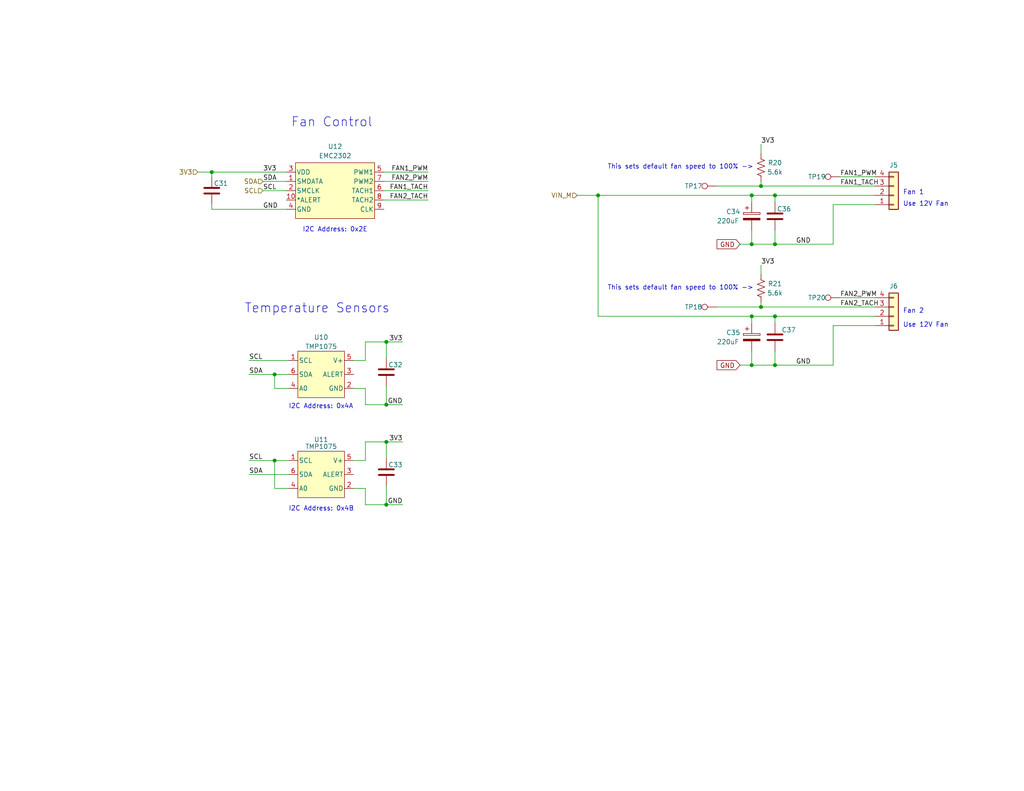
<source format=kicad_sch>
(kicad_sch (version 20230121) (generator eeschema)
  (paper "A")
  (title_block (title "bitaxeHex") (date "2023-06-11") (rev "300"))
  (lib_symbols
    (symbol "Connector:TestPoint" (pin_numbers hide) (pin_names (offset 0.762) hide)
      (property "Reference" "TP" (at 0 6.858 0))
      (property "Value" "TestPoint" (at 0 5.08 0))
      (symbol "TestPoint_0_1"
        (circle (center 0 3.302) (radius 0.762))
      )
      (symbol "TestPoint_1_1"
        (pin passive line (at 0 0 90) (length 2.54) (name "1") (number "1"))
      )
    )
    (symbol "Connector_Generic:Conn_01x04" (pin_names (offset 1.016) hide)
      (property "Reference" "J" (at 0 5.08 0))
      (property "Value" "Conn_01x04" (at 0 -7.62 0))
      (symbol "Conn_01x04_1_1"
        (rectangle (start -1.27 -4.953) (end 0 -5.207) (stroke (width 0.1524)))
        (rectangle (start -1.27 -2.413) (end 0 -2.667) (stroke (width 0.1524)))
        (rectangle (start -1.27 0.127) (end 0 -0.127) (stroke (width 0.1524)))
        (rectangle (start -1.27 2.667) (end 0 2.413) (stroke (width 0.1524)))
        (rectangle (start -1.27 3.81) (end 1.27 -6.35) (stroke (width 0.254)) (fill (type background)))
        (pin passive line (at -5.08 2.54 0) (length 3.81) (name "Pin_1") (number "1"))
        (pin passive line (at -5.08 0 0) (length 3.81) (name "Pin_2") (number "2"))
        (pin passive line (at -5.08 -2.54 0) (length 3.81) (name "Pin_3") (number "3"))
        (pin passive line (at -5.08 -5.08 0) (length 3.81) (name "Pin_4") (number "4"))
      )
    )
    (symbol "Device:C" (pin_numbers hide) (pin_names (offset 0.254))
      (property "Reference" "C" (at 0.635 2.54 0))
      (property "Value" "C" (at 0.635 -2.54 0))
      (symbol "C_0_1"
        (polyline (pts (xy -2.032 -0.762) (xy 2.032 -0.762)) (stroke (width 0.508)))
        (polyline (pts (xy -2.032 0.762) (xy 2.032 0.762)) (stroke (width 0.508)))
      )
      (symbol "C_1_1"
        (pin passive line (at 0 3.81 270) (length 2.794) (name "~") (number "1"))
        (pin passive line (at 0 -3.81 90) (length 2.794) (name "~") (number "2"))
      )
    )
    (symbol "Device:C_Polarized" (pin_numbers hide) (pin_names (offset 0.254))
      (property "Reference" "C" (at 0.635 2.54 0))
      (property "Value" "C_Polarized" (at 0.635 -2.54 0))
      (symbol "C_Polarized_0_1"
        (rectangle (start -2.286 0.508) (end 2.286 1.016))
        (polyline (pts (xy -1.778 2.286) (xy -0.762 2.286)))
        (polyline (pts (xy -1.27 2.794) (xy -1.27 1.778)))
        (rectangle (start 2.286 -0.508) (end -2.286 -1.016) (fill (type outline)))
      )
      (symbol "C_Polarized_1_1"
        (pin passive line (at 0 3.81 270) (length 2.794) (name "~") (number "1"))
        (pin passive line (at 0 -3.81 90) (length 2.794) (name "~") (number "2"))
      )
    )
    (symbol "Device:R_US" (pin_numbers hide) (pin_names (offset 0))
      (property "Reference" "R" (at 2.54 0 90))
      (property "Value" "R_US" (at -2.54 0 90))
      (symbol "R_US_0_1"
        (polyline (pts (xy 0 -2.286) (xy 0 -2.54)))
        (polyline (pts (xy 0 2.286) (xy 0 2.54)))
        (polyline (pts (xy 0 -0.762) (xy 1.016 -1.143) (xy 0 -1.524) (xy -1.016 -1.905) (xy 0 -2.286)))
        (polyline (pts (xy 0 0.762) (xy 1.016 0.381) (xy 0 0) (xy -1.016 -0.381) (xy 0 -0.762)))
        (polyline (pts (xy 0 2.286) (xy 1.016 1.905) (xy 0 1.524) (xy -1.016 1.143) (xy 0 0.762)))
      )
      (symbol "R_US_1_1"
        (pin passive line (at 0 3.81 270) (length 1.27) (name "~") (number "1"))
        (pin passive line (at 0 -3.81 90) (length 1.27) (name "~") (number "2"))
      )
    )
    (symbol "TMP1075NDRLR_1" (pin_names (offset 0.254))
      (property "Reference" "U15" (at 0 9.525 0))
      (property "Value" "TMP1075" (at 0 6.985 0))
      (symbol "TMP1075NDRLR_1_1_1"
        (rectangle (start -6.35 5.08) (end 6.35 -7.62) (fill (type background)))
        (pin input line (at -8.89 2.54 0) (length 2.54) (name "SCL") (number "1"))
        (pin power_out line (at 8.89 -5.08 180) (length 2.54) (name "GND") (number "2"))
        (pin output line (at 8.89 -1.27 180) (length 2.54) (name "ALERT") (number "3"))
        (pin input line (at -8.89 -5.08 0) (length 2.54) (name "A0") (number "4"))
        (pin power_in line (at 8.89 2.54 180) (length 2.54) (name "V+") (number "5"))
        (pin bidirectional line (at -8.89 -1.27 0) (length 2.54) (name "SDA") (number "6"))
      )
    )
    (symbol "bitaxe:EMC2302-2-AIZL-TR" (pin_names (offset 0.254))
      (property "Reference" "U" (at -8.89 8.89 0))
      (property "Value" "EMC2302-2-AIZL-TR" (at 7.62 -8.89 0))
      (symbol "EMC2302-2-AIZL-TR_0_1"
        (pin bidirectional line (at -11.43 2.54 0) (length 2.54) (name "SMDATA") (number "1"))
        (pin output line (at -11.43 -2.54 0) (length 2.54) (name "*ALERT") (number "10"))
        (pin input line (at -11.43 0 0) (length 2.54) (name "SMCLK") (number "2"))
        (pin power_in line (at -11.43 5.08 0) (length 2.54) (name "VDD") (number "3"))
        (pin power_in line (at -11.43 -5.08 0) (length 2.54) (name "GND") (number "4"))
        (pin output line (at 15.24 5.08 180) (length 2.54) (name "PWM1") (number "5"))
        (pin input line (at 15.24 0 180) (length 2.54) (name "TACH1") (number "6"))
        (pin output line (at 15.24 2.54 180) (length 2.54) (name "PWM2") (number "7"))
        (pin input line (at 15.24 -2.54 180) (length 2.54) (name "TACH2") (number "8"))
        (pin bidirectional line (at 15.24 -5.08 180) (length 2.54) (name "CLK") (number "9"))
      )
      (symbol "EMC2302-2-AIZL-TR_1_1"
        (rectangle (start -8.89 7.62) (end 12.7 -7.62) (fill (type background)))
      )
    )
    (symbol "bitaxe:TMP1075NDRLR" (pin_names (offset 0.254))
      (property "Reference" "U15" (at 0 9.525 0))
      (property "Value" "TMP1075" (at 0 6.985 0))
      (symbol "TMP1075NDRLR_1_1"
        (rectangle (start -6.35 5.08) (end 6.35 -7.62) (fill (type background)))
        (pin input line (at -8.89 2.54 0) (length 2.54) (name "SCL") (number "1"))
        (pin power_out line (at 8.89 -5.08 180) (length 2.54) (name "GND") (number "2"))
        (pin output line (at 8.89 -1.27 180) (length 2.54) (name "ALERT") (number "3"))
        (pin input line (at -8.89 -5.08 0) (length 2.54) (name "A0") (number "4"))
        (pin power_in line (at 8.89 2.54 180) (length 2.54) (name "V+") (number "5"))
        (pin bidirectional line (at -8.89 -1.27 0) (length 2.54) (name "SDA") (number "6"))
      )
    )
  )
  (junction (at 205.105 99.695))
  (junction (at 211.455 99.695))
  (junction (at 57.785 46.99))
  (junction (at 105.41 110.49))
  (junction (at 205.105 86.36))
  (junction (at 207.645 83.82))
  (junction (at 74.93 125.73))
  (junction (at 211.455 53.34))
  (junction (at 207.645 50.8))
  (junction (at 211.455 86.36))
  (junction (at 205.105 53.34))
  (junction (at 105.41 120.65))
  (junction (at 163.195 53.34))
  (junction (at 105.41 137.795))
  (junction (at 74.93 102.235))
  (junction (at 105.41 93.345))
  (junction (at 205.105 66.675))
  (junction (at 211.455 66.675))
  (wire (pts (xy 57.785 55.88) (xy 57.785 57.15)))
  (wire (pts (xy 99.695 120.65) (xy 105.41 120.65)))
  (wire (pts (xy 205.105 95.885) (xy 205.105 99.695)))
  (wire (pts (xy 53.975 46.99) (xy 57.785 46.99)))
  (wire (pts (xy 71.755 52.07) (xy 78.105 52.07)))
  (wire (pts (xy 205.105 62.865) (xy 205.105 66.675)))
  (wire (pts (xy 71.755 49.53) (xy 78.105 49.53)))
  (wire (pts (xy 207.645 82.55) (xy 207.645 83.82)))
  (wire (pts (xy 99.695 110.49) (xy 105.41 110.49)))
  (wire (pts (xy 195.58 50.8) (xy 207.645 50.8)))
  (wire (pts (xy 205.105 86.36) (xy 211.455 86.36)))
  (wire (pts (xy 205.105 66.675) (xy 211.455 66.675)))
  (wire (pts (xy 57.785 46.99) (xy 78.105 46.99)))
  (wire (pts (xy 74.93 125.73) (xy 78.74 125.73)))
  (wire (pts (xy 201.93 99.695) (xy 205.105 99.695)))
  (wire (pts (xy 211.455 86.36) (xy 238.76 86.36)))
  (wire (pts (xy 104.775 54.61) (xy 116.84 54.61)))
  (wire (pts (xy 99.695 93.345) (xy 105.41 93.345)))
  (wire (pts (xy 104.775 46.99) (xy 116.84 46.99)))
  (wire (pts (xy 67.945 125.73) (xy 74.93 125.73)))
  (wire (pts (xy 99.695 98.425) (xy 99.695 93.345)))
  (wire (pts (xy 96.52 106.045) (xy 99.695 106.045)))
  (wire (pts (xy 207.645 50.8) (xy 238.76 50.8)))
  (wire (pts (xy 207.645 39.37) (xy 207.645 41.91)))
  (wire (pts (xy 74.93 125.73) (xy 74.93 133.35)))
  (wire (pts (xy 205.105 53.34) (xy 211.455 53.34)))
  (wire (pts (xy 96.52 98.425) (xy 99.695 98.425)))
  (wire (pts (xy 205.105 99.695) (xy 211.455 99.695)))
  (wire (pts (xy 99.695 133.35) (xy 99.695 137.795)))
  (wire (pts (xy 227.33 55.88) (xy 227.33 66.675)))
  (wire (pts (xy 207.645 72.39) (xy 207.645 74.93)))
  (wire (pts (xy 105.41 120.65) (xy 109.855 120.65)))
  (wire (pts (xy 74.93 106.045) (xy 74.93 102.235)))
  (wire (pts (xy 99.695 137.795) (xy 105.41 137.795)))
  (wire (pts (xy 195.58 83.82) (xy 207.645 83.82)))
  (wire (pts (xy 78.74 133.35) (xy 74.93 133.35)))
  (wire (pts (xy 163.195 53.34) (xy 205.105 53.34)))
  (wire (pts (xy 211.455 86.36) (xy 211.455 88.265)))
  (wire (pts (xy 74.93 102.235) (xy 78.74 102.235)))
  (wire (pts (xy 205.105 86.36) (xy 205.105 88.265)))
  (wire (pts (xy 105.41 110.49) (xy 109.855 110.49)))
  (wire (pts (xy 105.41 132.715) (xy 105.41 137.795)))
  (wire (pts (xy 105.41 120.65) (xy 105.41 125.095)))
  (wire (pts (xy 163.195 86.36) (xy 163.195 53.34)))
  (wire (pts (xy 211.455 99.695) (xy 227.33 99.695)))
  (wire (pts (xy 57.785 57.15) (xy 78.105 57.15)))
  (wire (pts (xy 211.455 53.34) (xy 211.455 55.245)))
  (wire (pts (xy 227.33 55.88) (xy 238.76 55.88)))
  (wire (pts (xy 104.775 52.07) (xy 116.84 52.07)))
  (wire (pts (xy 99.695 106.045) (xy 99.695 110.49)))
  (wire (pts (xy 229.235 48.26) (xy 238.76 48.26)))
  (wire (pts (xy 211.455 53.34) (xy 238.76 53.34)))
  (wire (pts (xy 229.235 81.28) (xy 238.76 81.28)))
  (wire (pts (xy 67.945 102.235) (xy 74.93 102.235)))
  (wire (pts (xy 96.52 125.73) (xy 99.695 125.73)))
  (wire (pts (xy 227.33 88.9) (xy 238.76 88.9)))
  (wire (pts (xy 207.645 49.53) (xy 207.645 50.8)))
  (wire (pts (xy 105.41 93.345) (xy 105.41 97.79)))
  (wire (pts (xy 211.455 95.885) (xy 211.455 99.695)))
  (wire (pts (xy 78.74 106.045) (xy 74.93 106.045)))
  (wire (pts (xy 227.33 88.9) (xy 227.33 99.695)))
  (wire (pts (xy 57.785 46.99) (xy 57.785 48.26)))
  (wire (pts (xy 157.48 53.34) (xy 163.195 53.34)))
  (wire (pts (xy 96.52 133.35) (xy 99.695 133.35)))
  (wire (pts (xy 201.93 66.675) (xy 205.105 66.675)))
  (wire (pts (xy 163.195 86.36) (xy 205.105 86.36)))
  (wire (pts (xy 105.41 137.795) (xy 109.855 137.795)))
  (wire (pts (xy 205.105 53.34) (xy 205.105 55.245)))
  (wire (pts (xy 207.645 83.82) (xy 238.76 83.82)))
  (wire (pts (xy 211.455 66.675) (xy 227.33 66.675)))
  (wire (pts (xy 67.945 98.425) (xy 78.74 98.425)))
  (wire (pts (xy 104.775 49.53) (xy 116.84 49.53)))
  (wire (pts (xy 105.41 93.345) (xy 109.855 93.345)))
  (wire (pts (xy 99.695 125.73) (xy 99.695 120.65)))
  (wire (pts (xy 67.945 129.54) (xy 78.74 129.54)))
  (wire (pts (xy 211.455 62.865) (xy 211.455 66.675)))
  (wire (pts (xy 105.41 105.41) (xy 105.41 110.49)))
  (text "I2C Address: 0x2E" (at 82.55 63.5 0) (effects (font (size 1.27 1.27)) (justify left bottom)))
  (text "Temperature Sensors" (at 66.675 85.725 0) (effects (font (size 2.5 2.5)) (justify left bottom)))
  (text "I2C Address: 0x4A" (at 78.74 111.76 0) (effects (font (size 1.27 1.27)) (justify left bottom)))
  (text "Fan Control" (at 79.375 34.925 0) (effects (font (size 2.5 2.5)) (justify left bottom)))
  (text "Fan 1" (at 246.38 53.34 0) (effects (font (size 1.27 1.27)) (justify left bottom)))
  (text "Use 12V Fan" (at 246.38 56.515 0) (effects (font (size 1.27 1.27)) (justify left bottom)))
  (text "Use 12V Fan" (at 246.38 89.535 0) (effects (font (size 1.27 1.27)) (justify left bottom)))
  (text "This sets default fan speed to 100% ->" (at 165.735 46.355 0) (effects (font (size 1.27 1.27)) (justify left bottom)))
  (text "Fan 2" (at 246.38 85.725 0) (effects (font (size 1.27 1.27)) (justify left bottom)))
  (text "This sets default fan speed to 100% ->" (at 165.735 79.375 0) (effects (font (size 1.27 1.27)) (justify left bottom)))
  (text "I2C Address: 0x4B" (at 78.74 139.7 0) (effects (font (size 1.27 1.27)) (justify left bottom)))
  (label "GND" (at 109.855 110.49 180))
  (label "SCL" (at 71.755 52.07 0))
  (label "GND" (at 71.755 57.15 0))
  (label "FAN1_TACH" (at 116.84 52.07 180))
  (label "3V3" (at 109.855 93.345 180))
  (label "SDA" (at 67.945 129.54 0))
  (label "SCL" (at 67.945 98.425 0))
  (label "SDA" (at 67.945 102.235 0))
  (label "FAN2_PWM" (at 116.84 49.53 180))
  (label "SCL" (at 67.945 125.73 0))
  (label "GND" (at 217.17 66.675 0))
  (label "3V3" (at 207.645 39.37 0))
  (label "FAN1_PWM" (at 229.235 48.26 0))
  (label "FAN1_PWM" (at 116.84 46.99 180))
  (label "FAN2_TACH" (at 229.235 83.82 0))
  (label "SDA" (at 71.755 49.53 0))
  (label "FAN2_TACH" (at 116.84 54.61 180))
  (label "GND" (at 109.855 137.795 180))
  (label "3V3" (at 109.855 120.65 180))
  (label "GND" (at 217.17 99.695 0))
  (label "3V3" (at 71.755 46.99 0))
  (label "FAN2_PWM" (at 229.235 81.28 0))
  (label "3V3" (at 207.645 72.39 0))
  (label "FAN1_TACH" (at 229.235 50.8 0))
  (global_label "GND" (shape input) (at 201.93 99.695 180) (property "Intersheetrefs" "${INTERSHEET_REFS}" (effects hide)))
  (global_label "GND" (shape input) (at 201.93 66.675 180) (property "Intersheetrefs" "${INTERSHEET_REFS}" (effects hide)))
  (hierarchical_label "VIN_M" (shape input) (at 157.48 53.34 180))
  (hierarchical_label "SCL" (shape input) (at 71.755 52.07 180))
  (hierarchical_label "SDA" (shape input) (at 71.755 49.53 180))
  (hierarchical_label "3V3" (shape input) (at 53.975 46.99 180))
  (symbol (lib_id "bitaxe:EMC2302-2-AIZL-TR") (at 89.535 52.07 0) (unit 1)
    (property "Reference" "U12" (at 91.44 40.005 0))
    (property "Value" "EMC2302" (at 91.44 42.545 0))
    (property "Footprint" "Package_SO:MSOP-10_3x3mm_P0.5mm" (effects hide))
    (property "Datasheet" "https://ww1.microchip.com/downloads/aemDocuments/documents/MSLD/ProductDocuments/DataSheets/EMC2301-2-3-5-Data-Sheet-DS20006532A.pdf" (effects hide))
    (property "DK" "EMC2302-2-AIZL-CT-ND" (effects hide))
    (property "PARTNO" "EMC2302-2-AIZL-TR" (effects hide))
  )
  (symbol (lib_id "Connector:TestPoint") (at 229.235 48.26 90) (mirror x) (unit 1) (in_bom no)
    (property "Reference" "TP19" (at 222.885 48.26 90))
    (property "Value" "TestPoint" (effects hide))
    (property "Footprint" "TestPoint:TestPoint_Pad_D1.0mm" (effects hide))
  )
  (symbol (lib_id "Device:C_Polarized") (at 205.105 92.075 0) (unit 1)
    (property "Reference" "C35" (at 198.12 90.805 0) (effects (justify left)))
    (property "Value" "220uF" (at 195.58 93.345 0) (effects (justify left)))
    (property "Footprint" "Capacitor_SMD:CP_Elec_6.3x7.7" (effects hide))
    (property "DK" "732-8422-1-ND" (effects hide))
    (property "PARTNO" "865080345012" (effects hide))
  )
  (symbol (lib_id "Device:R_US") (at 207.645 45.72 180) (unit 1)
    (property "Reference" "R20" (at 211.455 44.45 0))
    (property "Value" "5.6k" (at 211.455 46.99 0))
    (property "Footprint" "Resistor_SMD:R_0402_1005Metric" (effects hide))
    (property "DK" "13-RC0402FR-135K6LCT-ND" (effects hide))
    (property "PARTNO" "RC0402FR-135K6L" (effects hide))
  )
  (symbol (lib_id "Device:C") (at 105.41 101.6 0) (mirror y) (unit 1)
    (property "Reference" "C32" (at 109.855 100.33 0) (effects (justify left bottom)))
    (property "Value" "0.1uF" (at 111.76 104.775 0) (effects (justify left bottom)))
    (property "Footprint" "Capacitor_SMD:C_0402_1005Metric" (effects hide))
    (property "Value" "311-3342-1-ND" (effects hide))
    (property "DK" "478-KGM05AR71C104KHCT-ND" (effects hide))
    (property "PARTNO" "KGM05AR71C104KH" (effects hide))
  )
  (symbol (lib_id "Device:C") (at 57.785 52.07 0) (mirror y) (unit 1)
    (property "Reference" "C31" (at 62.23 50.8 0) (effects (justify left bottom)))
    (property "Value" "0.1uF" (at 64.135 55.245 0) (effects (justify left bottom)))
    (property "Footprint" "Capacitor_SMD:C_0402_1005Metric" (effects hide))
    (property "Value" "311-3342-1-ND" (effects hide))
    (property "DK" "478-KGM05AR71C104KHCT-ND" (effects hide))
    (property "PARTNO" "KGM05AR71C104KH" (effects hide))
  )
  (symbol (lib_id "Device:C") (at 211.455 59.055 0) (mirror y) (unit 1)
    (property "Reference" "C36" (at 215.9 57.785 0) (effects (justify left bottom)))
    (property "Value" "0.1uF" (at 217.805 62.23 0) (effects (justify left bottom)))
    (property "Footprint" "Capacitor_SMD:C_0402_1005Metric" (effects hide))
    (property "Value" "311-3342-1-ND" (effects hide))
    (property "DK" "478-KGM05AR71C104KHCT-ND" (effects hide))
    (property "PARTNO" "KGM05AR71C104KH" (effects hide))
  )
  (symbol (lib_id "Connector:TestPoint") (at 229.235 81.28 90) (mirror x) (unit 1) (in_bom no)
    (property "Reference" "TP20" (at 222.885 81.28 90))
    (property "Value" "TestPoint" (effects hide))
    (property "Footprint" "TestPoint:TestPoint_Pad_D1.0mm" (effects hide))
  )
  (symbol (lib_id "Device:C") (at 211.455 92.075 0) (mirror y) (unit 1)
    (property "Reference" "C37" (at 217.17 90.805 0) (effects (justify left bottom)))
    (property "Value" "0.1uF" (at 217.805 95.25 0) (effects (justify left bottom)))
    (property "Footprint" "Capacitor_SMD:C_0402_1005Metric" (effects hide))
    (property "Value" "311-3342-1-ND" (effects hide))
    (property "DK" "478-KGM05AR71C104KHCT-ND" (effects hide))
    (property "PARTNO" "KGM05AR71C104KH" (effects hide))
  )
  (symbol (lib_id "Device:R_US") (at 207.645 78.74 180) (unit 1)
    (property "Reference" "R21" (at 211.455 77.47 0))
    (property "Value" "5.6k" (at 211.455 80.01 0))
    (property "Footprint" "Resistor_SMD:R_0402_1005Metric" (effects hide))
    (property "DK" "13-RC0402FR-135K6LCT-ND" (effects hide))
    (property "PARTNO" "RC0402FR-135K6L" (effects hide))
  )
  (symbol (lib_id "bitaxe:TMP1075NDRLR") (at 87.63 128.27 0) (unit 1)
    (property "Reference" "U11" (at 87.63 120.015 0))
    (property "Value" "TMP1075" (at 87.63 121.92 0))
    (property "Footprint" "bitaxe:SOT5X3-6_DRL_TEX" (effects hide))
    (property "Datasheet" "https://www.ti.com/lit/ds/symlink/tmp1075.pdf" (effects hide))
    (property "PARTNO" "TMP1075NDRLR" (effects hide))
    (property "DK" "296-TMP1075NDRLRCT-ND" (effects hide))
  )
  (symbol (lib_id "Connector_Generic:Conn_01x04") (at 243.84 53.34 0) (mirror x) (unit 1)
    (property "Reference" "J5" (at 243.84 45.085 0))
    (property "Value" "Conn_01x04" (effects hide))
    (property "Footprint" "bitaxe:470531000" (effects hide))
    (property "PARTNO" "0470531000" (effects hide))
    (property "DK" "WM4330-ND" (effects hide))
  )
  (symbol (lib_id "Connector_Generic:Conn_01x04") (at 243.84 86.36 0) (mirror x) (unit 1)
    (property "Reference" "J6" (at 243.84 78.105 0))
    (property "Value" "Conn_01x04" (effects hide))
    (property "Footprint" "bitaxe:470531000" (effects hide))
    (property "PARTNO" "0470531000" (effects hide))
    (property "DK" "WM4330-ND" (effects hide))
  )
  (symbol (lib_id "Device:C") (at 105.41 128.905 0) (mirror y) (unit 1)
    (property "Reference" "C33" (at 109.855 127.635 0) (effects (justify left bottom)))
    (property "Value" "0.1uF" (at 111.76 132.08 0) (effects (justify left bottom)))
    (property "Footprint" "Capacitor_SMD:C_0402_1005Metric" (effects hide))
    (property "Value" "311-3342-1-ND" (effects hide))
    (property "DK" "478-KGM05AR71C104KHCT-ND" (effects hide))
    (property "PARTNO" "KGM05AR71C104KH" (effects hide))
  )
  (symbol (lib_name "TMP1075NDRLR_1") (lib_id "bitaxe:TMP1075NDRLR") (at 87.63 100.965 0) (unit 1)
    (property "Reference" "U10" (at 87.63 92.075 0))
    (property "Value" "TMP1075" (at 87.63 94.615 0))
    (property "Footprint" "bitaxe:SOT5X3-6_DRL_TEX" (effects hide))
    (property "Datasheet" "https://www.ti.com/lit/ds/symlink/tmp1075.pdf" (effects hide))
    (property "DK" "296-TMP1075NDRLRCT-ND" (effects hide))
    (property "PARTNO" "TMP1075NDRLR" (effects hide))
  )
  (symbol (lib_id "Connector:TestPoint") (at 195.58 50.8 90) (mirror x) (unit 1) (in_bom no)
    (property "Reference" "TP17" (at 189.23 50.8 90))
    (property "Value" "TestPoint" (effects hide))
    (property "Footprint" "TestPoint:TestPoint_Pad_D1.0mm" (effects hide))
  )
  (symbol (lib_id "Connector:TestPoint") (at 195.58 83.82 90) (mirror x) (unit 1) (in_bom no)
    (property "Reference" "TP18" (at 189.23 83.82 90))
    (property "Value" "TestPoint" (effects hide))
    (property "Footprint" "TestPoint:TestPoint_Pad_D1.0mm" (effects hide))
  )
  (symbol (lib_id "Device:C_Polarized") (at 205.105 59.055 0) (unit 1)
    (property "Reference" "C34" (at 198.12 57.785 0) (effects (justify left)))
    (property "Value" "220uF" (at 195.58 60.325 0) (effects (justify left)))
    (property "Footprint" "Capacitor_SMD:CP_Elec_6.3x7.7" (effects hide))
    (property "DK" "732-8422-1-ND" (effects hide))
    (property "PARTNO" "865080345012" (effects hide))
  )
)
</source>
